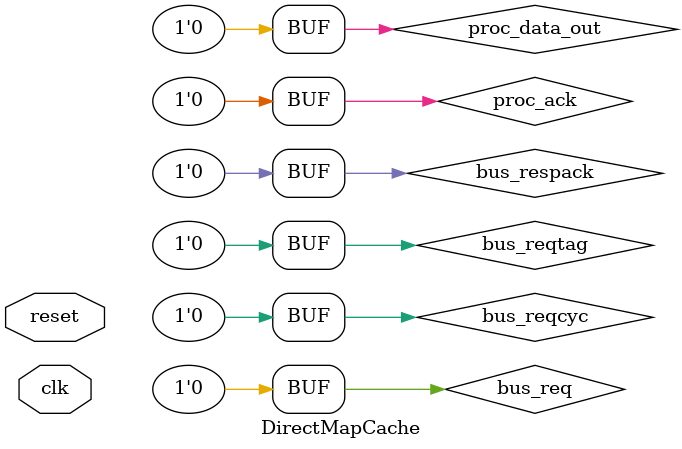
<source format=sv>
/**
 * A write-allocate, write-back direct-mapped cache
 */
module DirectMapCache
#(
  // bus parameters
  BUS_DATA_WIDTH = 64,
  BUS_TAG_WIDTH = 13,

  // cache parameters
  WORD_SIZE = 4,          // # bytes in a word
  LOG_WORDS_PER_LINE = 4, // log2 of # of words in a cache line
  ADDR_WIDTH = 64-6,      // input address width, does not include block-offset bits
  LOG_NUM_SETS = 10       // log2 of # of sets in the cache (= # index bits)
)
(
  // reset and clock
  input  reset,
         clk,

  // FIXME: Interface to connect to the processor

  // FIXME: Interface to connect to the bus
);

  // local parameters
  localparam WORDS_PER_LINE = 2**LOG_WORDS_PER_LINE;
  localparam WORD_SIZE_BITS = WORD_SIZE * 8;
  localparam NUM_SETS = 2**LOG_NUM_SETS;
  localparam LINE_SIZE = WORD_SIZE * WORDS_PER_LINE;
  localparam LINE_SIZE_BITS = LINE_SIZE * 8;

  // FIXME: instantiate separate SRAMs for state, tag and data
  // ...


  // FIXME: implement the cache logic
  always_comb begin
    // ...
  end
  always_ff @(posedge clk) begin
    if (reset) begin
      // reset logic: what happens on a reset
    end
    else begin
      // normal operation logic
    end
  end


  // FIXME: you should replace these with something meaningful
  assign proc_ack = 0;
  assign proc_data_out = 0;
  assign bus_req = 0;
  assign bus_reqtag = 0;
  assign bus_reqcyc = 0;
  assign bus_respack = 0;
endmodule
</source>
